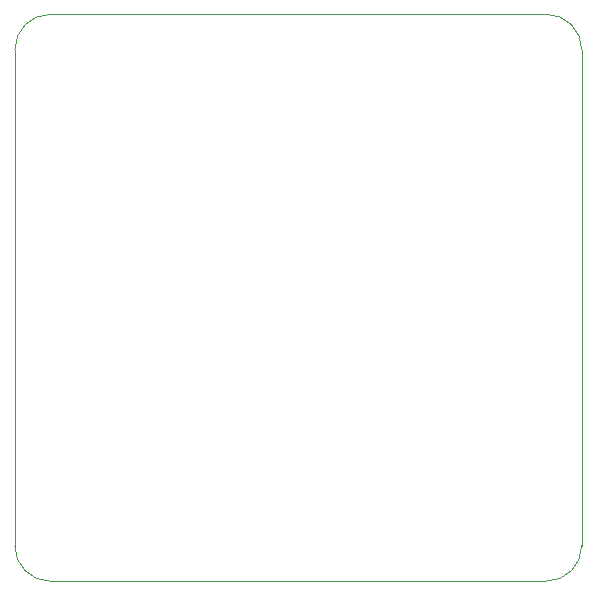
<source format=gm1>
G04 #@! TF.GenerationSoftware,KiCad,Pcbnew,7.0.5*
G04 #@! TF.CreationDate,2023-08-11T11:43:47-04:00*
G04 #@! TF.ProjectId,Tadpole,54616470-6f6c-4652-9e6b-696361645f70,rev?*
G04 #@! TF.SameCoordinates,Original*
G04 #@! TF.FileFunction,Profile,NP*
%FSLAX46Y46*%
G04 Gerber Fmt 4.6, Leading zero omitted, Abs format (unit mm)*
G04 Created by KiCad (PCBNEW 7.0.5) date 2023-08-11 11:43:47*
%MOMM*%
%LPD*%
G01*
G04 APERTURE LIST*
G04 #@! TA.AperFunction,Profile*
%ADD10C,0.100000*%
G04 #@! TD*
G04 APERTURE END LIST*
D10*
X111000000Y-120000000D02*
G75*
G03*
X114000000Y-123000000I3000000J0D01*
G01*
X156000000Y-123000000D02*
G75*
G03*
X159000000Y-120000000I0J3000000D01*
G01*
X156000000Y-123000000D02*
X114000000Y-123000000D01*
X114000000Y-75000000D02*
G75*
G03*
X111000000Y-78000000I0J-3000000D01*
G01*
X111000000Y-120000000D02*
X111000000Y-78000000D01*
X159000000Y-78000000D02*
G75*
G03*
X156000000Y-75000000I-3000000J0D01*
G01*
X159000000Y-78000000D02*
X159000000Y-120000000D01*
X114000000Y-75000000D02*
X156000000Y-75000000D01*
M02*

</source>
